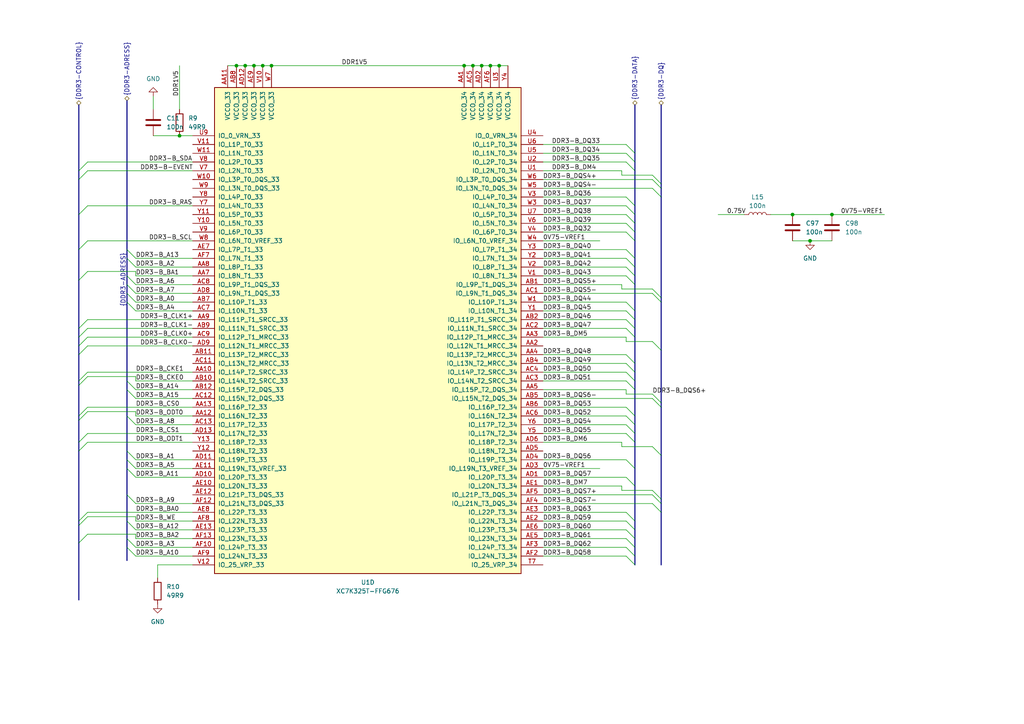
<source format=kicad_sch>
(kicad_sch (version 20230121) (generator eeschema)
  (paper "A4")
  (junction (at 229.87 62.23))
  (junction (at 78.74 19.05))
  (junction (at 241.3 62.23))
  (junction (at 71.12 19.05))
  (junction (at 142.24 19.05))
  (junction (at 68.58 19.05))
  (junction (at 76.2 19.05))
  (junction (at 137.16 19.05))
  (junction (at 73.66 19.05))
  (junction (at 144.78 19.05))
  (junction (at 139.7 19.05))
  (junction (at 52.07 39.37))
  (junction (at 134.62 19.05))
  (junction (at 234.95 69.85))
  (bus_entry (at 184.15 125.73) (size -2.54 -2.54))
  (bus_entry (at 191.77 132.08) (size -2.54 -2.54))
  (bus_entry (at 22.86 128.27) (size 2.54 -2.54))
  (bus_entry (at 184.15 92.71) (size -2.54 -2.54))
  (bus_entry (at 184.15 90.17) (size -2.54 -2.54))
  (bus_entry (at 184.15 128.27) (size -2.54 -2.54))
  (bus_entry (at 184.15 151.13) (size -2.54 -2.54))
  (bus_entry (at 22.86 100.33) (size 2.54 -2.54))
  (bus_entry (at 184.15 97.79) (size -2.54 -2.54))
  (bus_entry (at 184.15 105.41) (size -2.54 -2.54))
  (bus_entry (at 36.83 156.21) (size 2.54 2.54))
  (bus_entry (at 36.83 143.51) (size 2.54 2.54))
  (bus_entry (at 22.86 95.25) (size 2.54 -2.54))
  (bus_entry (at 184.15 44.45) (size -2.54 -2.54))
  (bus_entry (at 184.15 62.23) (size -2.54 -2.54))
  (bus_entry (at 191.77 148.59) (size -2.54 -2.54))
  (bus_entry (at 184.15 156.21) (size -2.54 -2.54))
  (bus_entry (at 184.15 140.97) (size -2.54 -2.54))
  (bus_entry (at 36.83 158.75) (size 2.54 2.54))
  (bus_entry (at 22.86 49.53) (size 2.54 -2.54))
  (bus_entry (at 36.83 80.01) (size 2.54 2.54))
  (bus_entry (at 22.86 152.4) (size 2.54 -2.54))
  (bus_entry (at 22.86 81.28) (size 2.54 -2.54))
  (bus_entry (at 184.15 67.31) (size -2.54 -2.54))
  (bus_entry (at 191.77 86.36) (size -2.54 -2.54))
  (bus_entry (at 184.15 113.03) (size -2.54 -2.54))
  (bus_entry (at 36.83 82.55) (size 2.54 2.54))
  (bus_entry (at 36.83 133.35) (size 2.54 2.54))
  (bus_entry (at 184.15 163.83) (size -2.54 -2.54))
  (bus_entry (at 184.15 110.49) (size -2.54 -2.54))
  (bus_entry (at 22.86 111.76) (size 2.54 -2.54))
  (bus_entry (at 184.15 120.65) (size -2.54 -2.54))
  (bus_entry (at 36.83 72.39) (size 2.54 2.54))
  (bus_entry (at 184.15 69.85) (size -2.54 -2.54))
  (bus_entry (at 22.86 121.92) (size 2.54 -2.54))
  (bus_entry (at 184.15 161.29) (size -2.54 -2.54))
  (bus_entry (at 22.86 130.81) (size 2.54 -2.54))
  (bus_entry (at 191.77 146.05) (size -2.54 -2.54))
  (bus_entry (at 22.86 151.13) (size 2.54 -2.54))
  (bus_entry (at 184.15 158.75) (size -2.54 -2.54))
  (bus_entry (at 36.83 85.09) (size 2.54 2.54))
  (bus_entry (at 191.77 101.6) (size -2.54 -2.54))
  (bus_entry (at 191.77 57.15) (size -2.54 -2.54))
  (bus_entry (at 191.77 87.63) (size -2.54 -2.54))
  (bus_entry (at 184.15 59.69) (size -2.54 -2.54))
  (bus_entry (at 36.83 151.13) (size 2.54 2.54))
  (bus_entry (at 184.15 95.25) (size -2.54 -2.54))
  (bus_entry (at 191.77 116.84) (size -2.54 -2.54))
  (bus_entry (at 184.15 135.89) (size -2.54 -2.54))
  (bus_entry (at 184.15 82.55) (size -2.54 -2.54))
  (bus_entry (at 22.86 157.48) (size 2.54 -2.54))
  (bus_entry (at 191.77 53.34) (size -2.54 -2.54))
  (bus_entry (at 36.83 135.89) (size 2.54 2.54))
  (bus_entry (at 184.15 80.01) (size -2.54 -2.54))
  (bus_entry (at 36.83 74.93) (size 2.54 2.54))
  (bus_entry (at 191.77 54.61) (size -2.54 -2.54))
  (bus_entry (at 36.83 130.81) (size 2.54 2.54))
  (bus_entry (at 184.15 77.47) (size -2.54 -2.54))
  (bus_entry (at 191.77 144.78) (size -2.54 -2.54))
  (bus_entry (at 184.15 153.67) (size -2.54 -2.54))
  (bus_entry (at 184.15 107.95) (size -2.54 -2.54))
  (bus_entry (at 36.83 87.63) (size 2.54 2.54))
  (bus_entry (at 36.83 110.49) (size 2.54 2.54))
  (bus_entry (at 22.86 120.65) (size 2.54 -2.54))
  (bus_entry (at 22.86 72.39) (size 2.54 -2.54))
  (bus_entry (at 191.77 118.11) (size -2.54 -2.54))
  (bus_entry (at 22.86 97.79) (size 2.54 -2.54))
  (bus_entry (at 22.86 52.07) (size 2.54 -2.54))
  (bus_entry (at 22.86 62.23) (size 2.54 -2.54))
  (bus_entry (at 22.86 102.87) (size 2.54 -2.54))
  (bus_entry (at 184.15 64.77) (size -2.54 -2.54))
  (bus_entry (at 184.15 49.53) (size -2.54 -2.54))
  (bus_entry (at 36.83 113.03) (size 2.54 2.54))
  (bus_entry (at 22.86 110.49) (size 2.54 -2.54))
  (bus_entry (at 184.15 46.99) (size -2.54 -2.54))
  (bus_entry (at 184.15 74.93) (size -2.54 -2.54))
  (bus_entry (at 36.83 120.65) (size 2.54 2.54))
  (bus_entry (at 184.15 123.19) (size -2.54 -2.54))
  (bus (pts (xy 184.15 59.69) (xy 184.15 62.23)))
  (bus (pts (xy 36.83 151.13) (xy 36.83 156.21)))
  (bus (pts (xy 191.77 87.63) (xy 191.77 101.6)))
  (bus (pts (xy 184.15 90.17) (xy 184.15 92.71)))
  (wire (pts (xy 157.48 133.35) (xy 181.61 133.35)))
  (bus (pts (xy 22.86 100.33) (xy 22.86 102.87)))
  (wire (pts (xy 68.58 19.05) (xy 71.12 19.05)))
  (wire (pts (xy 157.48 52.07) (xy 189.23 52.07)))
  (bus (pts (xy 191.77 86.36) (xy 191.77 87.63)))
  (wire (pts (xy 73.66 19.05) (xy 76.2 19.05)))
  (bus (pts (xy 191.77 116.84) (xy 191.77 118.11)))
  (bus (pts (xy 184.15 44.45) (xy 184.15 46.99)))
  (bus (pts (xy 22.86 102.87) (xy 22.86 110.49)))
  (wire (pts (xy 157.48 110.49) (xy 181.61 110.49)))
  (bus (pts (xy 184.15 69.85) (xy 184.15 74.93)))
  (wire (pts (xy 137.16 19.05) (xy 139.7 19.05)))
  (wire (pts (xy 134.62 19.05) (xy 137.16 19.05)))
  (bus (pts (xy 36.83 135.89) (xy 36.83 143.51)))
  (bus (pts (xy 22.86 110.49) (xy 22.86 111.76)))
  (bus (pts (xy 184.15 140.97) (xy 184.15 151.13)))
  (wire (pts (xy 144.78 19.05) (xy 147.32 19.05)))
  (bus (pts (xy 184.15 30.48) (xy 184.15 44.45)))
  (bus (pts (xy 184.15 120.65) (xy 184.15 123.19)))
  (wire (pts (xy 142.24 19.05) (xy 144.78 19.05)))
  (wire (pts (xy 157.48 67.31) (xy 181.61 67.31)))
  (bus (pts (xy 22.86 111.76) (xy 22.86 120.65)))
  (wire (pts (xy 157.48 95.25) (xy 181.61 95.25)))
  (bus (pts (xy 22.86 52.07) (xy 22.86 62.23)))
  (wire (pts (xy 157.48 140.97) (xy 180.34 140.97)))
  (wire (pts (xy 76.2 19.05) (xy 78.74 19.05)))
  (wire (pts (xy 157.48 123.19) (xy 181.61 123.19)))
  (wire (pts (xy 39.37 138.43) (xy 55.88 138.43)))
  (wire (pts (xy 181.61 72.39) (xy 157.48 72.39)))
  (bus (pts (xy 191.77 146.05) (xy 191.77 148.59)))
  (wire (pts (xy 189.23 129.54) (xy 180.34 129.54)))
  (wire (pts (xy 39.37 90.17) (xy 55.88 90.17)))
  (wire (pts (xy 25.4 154.94) (xy 39.37 154.94)))
  (wire (pts (xy 157.48 156.21) (xy 181.61 156.21)))
  (wire (pts (xy 157.48 125.73) (xy 181.61 125.73)))
  (bus (pts (xy 184.15 151.13) (xy 184.15 153.67)))
  (wire (pts (xy 157.48 46.99) (xy 181.61 46.99)))
  (wire (pts (xy 157.48 59.69) (xy 181.61 59.69)))
  (wire (pts (xy 157.48 107.95) (xy 181.61 107.95)))
  (wire (pts (xy 181.61 97.79) (xy 181.61 99.06)))
  (wire (pts (xy 229.87 62.23) (xy 241.3 62.23)))
  (wire (pts (xy 25.4 128.27) (xy 55.88 128.27)))
  (wire (pts (xy 44.45 27.94) (xy 44.45 31.75)))
  (wire (pts (xy 157.48 49.53) (xy 180.34 49.53)))
  (wire (pts (xy 157.48 64.77) (xy 181.61 64.77)))
  (wire (pts (xy 189.23 142.24) (xy 180.34 142.24)))
  (bus (pts (xy 36.83 143.51) (xy 36.83 151.13)))
  (bus (pts (xy 184.15 67.31) (xy 184.15 69.85)))
  (wire (pts (xy 39.37 158.75) (xy 55.88 158.75)))
  (bus (pts (xy 191.77 57.15) (xy 191.77 86.36)))
  (wire (pts (xy 25.4 107.95) (xy 55.88 107.95)))
  (wire (pts (xy 181.61 114.3) (xy 189.23 114.3)))
  (wire (pts (xy 181.61 99.06) (xy 189.23 99.06)))
  (wire (pts (xy 39.37 110.49) (xy 39.37 109.22)))
  (bus (pts (xy 22.86 97.79) (xy 22.86 100.33)))
  (wire (pts (xy 180.34 49.53) (xy 180.34 50.8)))
  (wire (pts (xy 157.48 135.89) (xy 173.99 135.89)))
  (bus (pts (xy 191.77 148.59) (xy 191.77 163.83)))
  (wire (pts (xy 55.88 163.83) (xy 45.72 163.83)))
  (bus (pts (xy 184.15 77.47) (xy 184.15 80.01)))
  (wire (pts (xy 180.34 129.54) (xy 180.34 128.27)))
  (bus (pts (xy 191.77 53.34) (xy 191.77 54.61)))
  (wire (pts (xy 157.48 120.65) (xy 181.61 120.65)))
  (wire (pts (xy 39.37 87.63) (xy 55.88 87.63)))
  (wire (pts (xy 25.4 119.38) (xy 39.37 119.38)))
  (bus (pts (xy 22.86 130.81) (xy 22.86 151.13)))
  (wire (pts (xy 181.61 113.03) (xy 181.61 114.3)))
  (wire (pts (xy 55.88 120.65) (xy 39.37 120.65)))
  (wire (pts (xy 78.74 19.05) (xy 134.62 19.05)))
  (wire (pts (xy 180.34 83.82) (xy 189.23 83.82)))
  (wire (pts (xy 223.52 62.23) (xy 229.87 62.23)))
  (wire (pts (xy 52.07 39.37) (xy 55.88 39.37)))
  (wire (pts (xy 25.4 95.25) (xy 55.88 95.25)))
  (wire (pts (xy 25.4 97.79) (xy 55.88 97.79)))
  (bus (pts (xy 36.83 29.21) (xy 36.83 72.39)))
  (bus (pts (xy 36.83 113.03) (xy 36.83 120.65)))
  (wire (pts (xy 157.48 118.11) (xy 181.61 118.11)))
  (bus (pts (xy 184.15 135.89) (xy 184.15 140.97)))
  (bus (pts (xy 184.15 128.27) (xy 184.15 135.89)))
  (wire (pts (xy 157.48 128.27) (xy 180.34 128.27)))
  (bus (pts (xy 36.83 82.55) (xy 36.83 85.09)))
  (bus (pts (xy 191.77 54.61) (xy 191.77 57.15)))
  (bus (pts (xy 36.83 85.09) (xy 36.83 87.63)))
  (wire (pts (xy 157.48 146.05) (xy 189.23 146.05)))
  (bus (pts (xy 184.15 62.23) (xy 184.15 64.77)))
  (wire (pts (xy 39.37 74.93) (xy 55.88 74.93)))
  (wire (pts (xy 157.48 161.29) (xy 181.61 161.29)))
  (bus (pts (xy 22.86 128.27) (xy 22.86 130.81)))
  (wire (pts (xy 39.37 135.89) (xy 55.88 135.89)))
  (wire (pts (xy 139.7 19.05) (xy 142.24 19.05)))
  (wire (pts (xy 39.37 151.13) (xy 39.37 149.86)))
  (wire (pts (xy 39.37 161.29) (xy 55.88 161.29)))
  (wire (pts (xy 39.37 77.47) (xy 55.88 77.47)))
  (wire (pts (xy 157.48 82.55) (xy 180.34 82.55)))
  (wire (pts (xy 157.48 57.15) (xy 181.61 57.15)))
  (wire (pts (xy 157.48 115.57) (xy 189.23 115.57)))
  (bus (pts (xy 184.15 158.75) (xy 184.15 161.29)))
  (bus (pts (xy 184.15 97.79) (xy 184.15 105.41)))
  (wire (pts (xy 55.88 110.49) (xy 39.37 110.49)))
  (bus (pts (xy 184.15 92.71) (xy 184.15 95.25)))
  (wire (pts (xy 39.37 146.05) (xy 55.88 146.05)))
  (bus (pts (xy 184.15 156.21) (xy 184.15 158.75)))
  (wire (pts (xy 25.4 78.74) (xy 39.37 78.74)))
  (wire (pts (xy 157.48 105.41) (xy 181.61 105.41)))
  (bus (pts (xy 36.83 133.35) (xy 36.83 135.89)))
  (wire (pts (xy 25.4 59.69) (xy 55.88 59.69)))
  (wire (pts (xy 45.72 163.83) (xy 45.72 167.64)))
  (wire (pts (xy 25.4 46.99) (xy 55.88 46.99)))
  (bus (pts (xy 22.86 120.65) (xy 22.86 121.92)))
  (bus (pts (xy 184.15 46.99) (xy 184.15 49.53)))
  (bus (pts (xy 184.15 125.73) (xy 184.15 128.27)))
  (wire (pts (xy 241.3 62.23) (xy 256.54 62.23)))
  (wire (pts (xy 157.48 102.87) (xy 181.61 102.87)))
  (wire (pts (xy 39.37 156.21) (xy 39.37 154.94)))
  (wire (pts (xy 157.48 44.45) (xy 181.61 44.45)))
  (bus (pts (xy 191.77 118.11) (xy 191.77 132.08)))
  (wire (pts (xy 157.48 80.01) (xy 181.61 80.01)))
  (bus (pts (xy 184.15 161.29) (xy 184.15 163.83)))
  (bus (pts (xy 22.86 121.92) (xy 22.86 128.27)))
  (bus (pts (xy 36.83 130.81) (xy 36.83 133.35)))
  (bus (pts (xy 36.83 158.75) (xy 36.83 162.56)))
  (wire (pts (xy 180.34 82.55) (xy 180.34 83.82)))
  (wire (pts (xy 180.34 142.24) (xy 180.34 140.97)))
  (bus (pts (xy 184.15 107.95) (xy 184.15 110.49)))
  (wire (pts (xy 157.48 54.61) (xy 189.23 54.61)))
  (bus (pts (xy 36.83 80.01) (xy 36.83 82.55)))
  (wire (pts (xy 39.37 82.55) (xy 55.88 82.55)))
  (wire (pts (xy 44.45 39.37) (xy 52.07 39.37)))
  (wire (pts (xy 157.48 41.91) (xy 181.61 41.91)))
  (bus (pts (xy 36.83 110.49) (xy 36.83 113.03)))
  (wire (pts (xy 157.48 62.23) (xy 181.61 62.23)))
  (bus (pts (xy 22.86 30.48) (xy 22.86 49.53)))
  (bus (pts (xy 36.83 72.39) (xy 36.83 74.93)))
  (bus (pts (xy 36.83 74.93) (xy 36.83 80.01)))
  (wire (pts (xy 229.87 69.85) (xy 234.95 69.85)))
  (wire (pts (xy 157.48 74.93) (xy 181.61 74.93)))
  (wire (pts (xy 25.4 92.71) (xy 55.88 92.71)))
  (wire (pts (xy 157.48 85.09) (xy 189.23 85.09)))
  (wire (pts (xy 39.37 120.65) (xy 39.37 119.38)))
  (bus (pts (xy 191.77 144.78) (xy 191.77 146.05)))
  (wire (pts (xy 157.48 153.67) (xy 181.61 153.67)))
  (bus (pts (xy 22.86 151.13) (xy 22.86 152.4)))
  (bus (pts (xy 184.15 95.25) (xy 184.15 97.79)))
  (bus (pts (xy 22.86 81.28) (xy 22.86 95.25)))
  (wire (pts (xy 157.48 143.51) (xy 189.23 143.51)))
  (bus (pts (xy 36.83 120.65) (xy 36.83 130.81)))
  (wire (pts (xy 66.04 19.05) (xy 68.58 19.05)))
  (wire (pts (xy 25.4 149.86) (xy 39.37 149.86)))
  (bus (pts (xy 184.15 49.53) (xy 184.15 59.69)))
  (bus (pts (xy 184.15 82.55) (xy 184.15 90.17)))
  (bus (pts (xy 22.86 152.4) (xy 22.86 157.48)))
  (wire (pts (xy 157.48 97.79) (xy 181.61 97.79)))
  (wire (pts (xy 157.48 148.59) (xy 181.61 148.59)))
  (wire (pts (xy 71.12 19.05) (xy 73.66 19.05)))
  (wire (pts (xy 208.28 62.23) (xy 215.9 62.23)))
  (wire (pts (xy 157.48 77.47) (xy 181.61 77.47)))
  (bus (pts (xy 36.83 156.21) (xy 36.83 158.75)))
  (bus (pts (xy 184.15 74.93) (xy 184.15 77.47)))
  (wire (pts (xy 25.4 100.33) (xy 55.88 100.33)))
  (wire (pts (xy 157.48 87.63) (xy 181.61 87.63)))
  (wire (pts (xy 39.37 133.35) (xy 55.88 133.35)))
  (wire (pts (xy 157.48 138.43) (xy 181.61 138.43)))
  (wire (pts (xy 25.4 69.85) (xy 55.88 69.85)))
  (bus (pts (xy 22.86 49.53) (xy 22.86 52.07)))
  (wire (pts (xy 55.88 156.21) (xy 39.37 156.21)))
  (bus (pts (xy 184.15 110.49) (xy 184.15 113.03)))
  (wire (pts (xy 52.07 19.05) (xy 52.07 31.75)))
  (bus (pts (xy 22.86 95.25) (xy 22.86 97.79)))
  (bus (pts (xy 184.15 64.77) (xy 184.15 67.31)))
  (wire (pts (xy 39.37 80.01) (xy 39.37 78.74)))
  (wire (pts (xy 189.23 50.8) (xy 180.34 50.8)))
  (wire (pts (xy 157.48 151.13) (xy 181.61 151.13)))
  (wire (pts (xy 25.4 109.22) (xy 39.37 109.22)))
  (wire (pts (xy 39.37 85.09) (xy 55.88 85.09)))
  (bus (pts (xy 184.15 153.67) (xy 184.15 156.21)))
  (wire (pts (xy 25.4 49.53) (xy 55.88 49.53)))
  (wire (pts (xy 39.37 115.57) (xy 55.88 115.57)))
  (wire (pts (xy 157.48 113.03) (xy 181.61 113.03)))
  (bus (pts (xy 22.86 72.39) (xy 22.86 81.28)))
  (wire (pts (xy 157.48 90.17) (xy 181.61 90.17)))
  (wire (pts (xy 157.48 158.75) (xy 181.61 158.75)))
  (wire (pts (xy 234.95 69.85) (xy 241.3 69.85)))
  (wire (pts (xy 157.48 69.85) (xy 173.99 69.85)))
  (bus (pts (xy 184.15 123.19) (xy 184.15 125.73)))
  (bus (pts (xy 184.15 80.01) (xy 184.15 82.55)))
  (bus (pts (xy 36.83 87.63) (xy 36.83 110.49)))
  (bus (pts (xy 184.15 105.41) (xy 184.15 107.95)))
  (wire (pts (xy 39.37 123.19) (xy 55.88 123.19)))
  (wire (pts (xy 25.4 148.59) (xy 55.88 148.59)))
  (bus (pts (xy 191.77 101.6) (xy 191.77 116.84)))
  (bus (pts (xy 191.77 132.08) (xy 191.77 144.78)))
  (bus (pts (xy 184.15 113.03) (xy 184.15 120.65)))
  (wire (pts (xy 157.48 92.71) (xy 181.61 92.71)))
  (wire (pts (xy 39.37 153.67) (xy 55.88 153.67)))
  (wire (pts (xy 39.37 113.03) (xy 55.88 113.03)))
  (bus (pts (xy 22.86 157.48) (xy 22.86 173.99)))
  (wire (pts (xy 55.88 151.13) (xy 39.37 151.13)))
  (wire (pts (xy 55.88 80.01) (xy 39.37 80.01)))
  (bus (pts (xy 22.86 62.23) (xy 22.86 72.39)))
  (wire (pts (xy 25.4 125.73) (xy 55.88 125.73)))
  (wire (pts (xy 25.4 118.11) (xy 55.88 118.11)))
  (bus (pts (xy 191.77 30.48) (xy 191.77 53.34)))
  (label "DDR3-B_CS1" (at 39.37 125.73 0))
  (label "DDR3-B_A13" (at 39.37 74.93 0))
  (label "DDR3-B_DQ54" (at 157.48 123.19 0))
  (label "DDR3-B_A14" (at 39.37 113.03 0))
  (label "DDR3-B_DQ42" (at 157.48 77.47 0))
  (label "DDR3-B_A1" (at 39.37 133.35 0))
  (label "DDR3-B_DQ60" (at 157.48 153.67 0))
  (label "DDR3-B_DM5" (at 157.48 97.79 0))
  (label "DDR3-B_DQS6-" (at 157.48 115.57 0))
  (label "DDR3-B_WE" (at 39.37 151.13 0))
  (label "DDR3-B_DQS5-" (at 157.48 85.09 0))
  (label "DDR3-B_DQ40" (at 157.48 72.39 0))
  (label "DDR3-B_DQ51" (at 157.48 110.49 0))
  (label "DDR1V5" (at 99.06 19.05 0))
  (label "DDR3-B_DQ57" (at 157.48 138.43 0))
  (label "DDR3-B_CKE1" (at 39.37 107.95 0))
  (label "DDR3-B_DQ32" (at 157.48 67.31 0))
  (label "DDR3-B_DM6" (at 157.48 128.27 0))
  (label "DDR3-B_DQ38" (at 157.48 62.23 0))
  (label "DDR3-B_DQ45" (at 157.48 90.17 0))
  (label "DDR3-B_DQ41" (at 157.48 74.93 0))
  (label "DDR3-B_A9" (at 39.37 146.05 0))
  (label "DDR3-B_DQ48" (at 157.48 102.87 0))
  (label "DDR3-B_DQ59" (at 157.48 151.13 0))
  (label "DDR3-B_DQS4-" (at 157.48 54.61 0))
  (label "DDR3-B_DQ44" (at 157.48 87.63 0))
  (label "0V75-VREF1" (at 157.48 69.85 0))
  (label "DDR3-B-EVENT" (at 40.64 49.53 0))
  (label "DDR3-B_DQS6+" (at 189.23 114.3 0))
  (label "DDR3-B_DQS7-" (at 157.48 146.05 0))
  (label "DDR3-B_DQ49" (at 157.48 105.41 0))
  (label "DDR3-B_A15" (at 39.37 115.57 0))
  (label "{DDR3-ADRESS}" (at 36.83 88.9 90))
  (label "DDR3-B_DQ34" (at 160.02 44.45 0))
  (label "DDR3-B_A12" (at 39.37 153.67 0))
  (label "DDR3-B_CS0" (at 39.37 118.11 0))
  (label "DDR1V5" (at 52.07 27.94 90))
  (label "0.75V" (at 210.82 62.23 0))
  (label "DDR3-B_A3" (at 39.37 158.75 0))
  (label "DDR3-B_DQS5+" (at 157.48 82.55 0))
  (label "0V75-VREF1" (at 157.48 135.89 0))
  (label "DDR3-B_A5" (at 39.37 135.89 0))
  (label "DDR3-B_CKE0" (at 39.37 110.49 0))
  (label "DDR3-B_DQ63" (at 157.48 148.59 0))
  (label "DDR3-B_DQ36" (at 157.48 57.15 0))
  (label "DDR3-B_DQ47" (at 157.48 95.25 0))
  (label "DDR3-B_DQ58" (at 157.48 161.29 0))
  (label "DDR3-B_ODT0" (at 39.37 120.65 0))
  (label "DDR3-B_DQ62" (at 157.48 158.75 0))
  (label "DDR3-B_BA2" (at 39.37 156.21 0))
  (label "DDR3-B_DQ53" (at 157.48 118.11 0))
  (label "DDR3-B_DM4" (at 160.02 49.53 0))
  (label "DDR3-B_DQ39" (at 157.48 64.77 0))
  (label "DDR3-B_DQS4+" (at 157.48 52.07 0))
  (label "DDR3-B_A7" (at 39.37 85.09 0))
  (label "DDR3-B_CLK1-" (at 40.64 95.25 0))
  (label "DDR3-B_A0" (at 39.37 87.63 0))
  (label "DDR3-B_SDA" (at 43.18 46.99 0))
  (label "DDR3-B_DQ33" (at 160.02 41.91 0))
  (label "DDR3-B_A8" (at 39.37 123.19 0))
  (label "DDR3-B_DQ50" (at 157.48 107.95 0))
  (label "DDR3-B_DQ35" (at 160.02 46.99 0))
  (label "DDR3-B_BA0" (at 39.37 148.59 0))
  (label "DDR3-B_DQ37" (at 157.48 59.69 0))
  (label "DDR3-B_DQ43" (at 157.48 80.01 0))
  (label "DDR3-B_CLK0+" (at 40.64 97.79 0))
  (label "DDR3-B_ODT1" (at 39.37 128.27 0))
  (label "DDR3-B_CLK0-" (at 40.64 100.33 0))
  (label "DDR3-B_A4" (at 39.37 90.17 0))
  (label "DDR3-B_DQ56" (at 157.48 133.35 0))
  (label "DDR3-B_DQS7+" (at 157.48 143.51 0))
  (label "DDR3-B_RAS" (at 43.18 59.69 0))
  (label "DDR3-B_DM7" (at 157.48 140.97 0))
  (label "DDR3-B_A6" (at 39.37 82.55 0))
  (label "DDR3-B_DQ55" (at 157.48 125.73 0))
  (label "DDR3-B_BA1" (at 39.37 80.01 0))
  (label "DDR3-B_DQ61" (at 157.48 156.21 0))
  (label "DDR3-B_DQ52" (at 157.48 120.65 0))
  (label "DDR3-B_SCL" (at 43.18 69.85 0))
  (label "DDR3-B_CLK1+" (at 40.64 92.71 0))
  (label "DDR3-B_A11" (at 39.37 138.43 0))
  (label "DDR3-B_A2" (at 39.37 77.47 0))
  (label "DDR3-B_DQ46" (at 157.48 92.71 0))
  (label "0V75-VREF1" (at 243.84 62.23 0))
  (label "DDR3-B_A10" (at 39.37 161.29 0))
  (hierarchical_label "{DDR3-DATA}" (shape bidirectional) (at 184.15 30.48 90))
  (hierarchical_label "{DDR3-CONTROL}" (shape bidirectional) (at 22.86 30.48 90))
  (hierarchical_label "{DDR3-DQ}" (shape bidirectional) (at 191.77 30.48 90))
  (hierarchical_label "{DDR3-ADRESS}" (shape bidirectional) (at 36.83 29.21 90))
  (symbol (lib_id "power:GND") (at 45.72 175.26 0) (unit 1)
    (property "Reference" "#PWR020" (effects hide))
    (property "Value" "GND" (at 45.72 180.34 0))
  )
  (symbol (lib_id "FPGA_Xilinx_Kintex7:XC7K325T-FFG676") (at 106.68 92.71 0) (unit 4)
    (property "Reference" "U1" (at 106.68 168.91 0))
    (property "Value" "XC7K325T-FFG676" (at 106.68 171.45 0))
    (property "Footprint" "Package_BGA:Xilinx_FFG676" (effects hide))
  )
  (symbol (lib_id "Device:C") (at 229.87 66.04 0) (unit 1)
    (property "Reference" "C97" (at 233.68 64.77 0) (effects (justify left)))
    (property "Value" "100n" (at 233.68 67.31 0) (effects (justify left)))
    (property "Footprint" "Capacitor_SMD:C_0603_1608Metric_Pad1.08x0.95mm_HandSolder" (effects hide))
    (instances (project "PCIexpress_x4_half" (path "" (reference "C97") (unit 1)) (path "" (reference "C12") (unit 1))))
  )
  (symbol (lib_id "Device:L") (at 219.71 62.23 90) (unit 1)
    (property "Reference" "L15" (at 219.71 57.15 90))
    (property "Value" "100n" (at 219.71 59.69 90))
    (property "Footprint" "Inductor_SMD_Wurth:L_Wurth_WE-LQSH-2010" (effects hide))
    (instances (project "PCIexpress_x4_half" (path "" (reference "L15") (unit 1)) (path "" (reference "L2") (unit 1))))
  )
  (symbol (lib_id "power:GND") (at 44.45 27.94 180) (unit 1)
    (property "Reference" "#PWR018" (effects hide))
    (property "Value" "GND" (at 44.45 22.86 0))
  )
  (symbol (lib_id "Device:C") (at 241.3 66.04 0) (unit 1)
    (property "Reference" "C98" (at 245.11 64.77 0) (effects (justify left)))
    (property "Value" "100n" (at 245.11 67.31 0) (effects (justify left)))
    (property "Footprint" "Capacitor_SMD:C_0603_1608Metric_Pad1.08x0.95mm_HandSolder" (effects hide))
    (instances (project "PCIexpress_x4_half" (path "" (reference "C98") (unit 1)) (path "" (reference "C13") (unit 1))))
  )
  (symbol (lib_id "Device:C") (at 44.45 35.56 0) (unit 1)
    (property "Reference" "C11" (at 48.26 34.29 0) (effects (justify left)))
    (property "Value" "100n" (at 48.26 36.83 0) (effects (justify left)))
    (property "Footprint" "Capacitor_SMD:C_0603_1608Metric_Pad1.08x0.95mm_HandSolder" (effects hide))
  )
  (symbol (lib_id "Device:R") (at 52.07 35.56 0) (unit 1)
    (property "Reference" "R9" (at 54.61 34.29 0) (effects (justify left)))
    (property "Value" "49R9" (at 54.61 36.83 0) (effects (justify left)))
    (property "Footprint" "Resistor_SMD:R_0603_1608Metric_Pad0.98x0.95mm_HandSolder" (effects hide))
  )
  (symbol (lib_id "Device:R") (at 45.72 171.45 0) (unit 1)
    (property "Reference" "R10" (at 48.26 170.18 0) (effects (justify left)))
    (property "Value" "49R9" (at 48.26 172.72 0) (effects (justify left)))
    (property "Footprint" "Resistor_SMD:R_0201_0603Metric_Pad0.64x0.40mm_HandSolder" (effects hide))
  )
  (symbol (lib_id "power:GND") (at 234.95 69.85 0) (unit 1)
    (property "Reference" "#PWR060" (effects hide))
    (property "Value" "GND" (at 234.95 74.93 0))
    (instances (project "PCIexpress_x4_half" (path "" (reference "#PWR060") (unit 1)) (path "" (reference "#PWR019") (unit 1))))
  )
)
</source>
